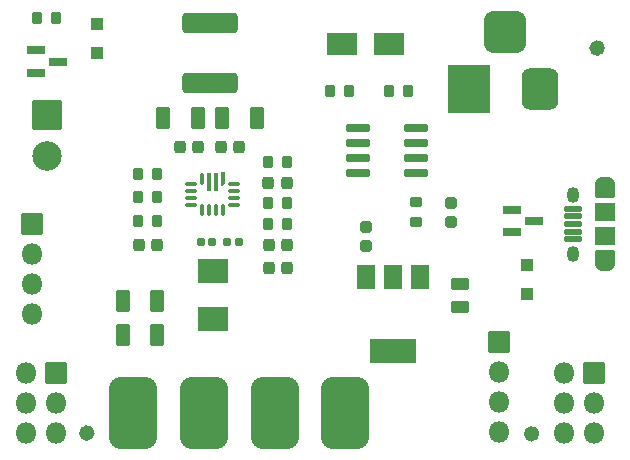
<source format=gbr>
G04 #@! TF.GenerationSoftware,KiCad,Pcbnew,(6.0.2)*
G04 #@! TF.CreationDate,2022-03-19T12:20:35+01:00*
G04 #@! TF.ProjectId,prova-buck,70726f76-612d-4627-9563-6b2e6b696361,rev?*
G04 #@! TF.SameCoordinates,Original*
G04 #@! TF.FileFunction,Soldermask,Top*
G04 #@! TF.FilePolarity,Negative*
%FSLAX46Y46*%
G04 Gerber Fmt 4.6, Leading zero omitted, Abs format (unit mm)*
G04 Created by KiCad (PCBNEW (6.0.2)) date 2022-03-19 12:20:35*
%MOMM*%
%LPD*%
G01*
G04 APERTURE LIST*
G04 Aperture macros list*
%AMRoundRect*
0 Rectangle with rounded corners*
0 $1 Rounding radius*
0 $2 $3 $4 $5 $6 $7 $8 $9 X,Y pos of 4 corners*
0 Add a 4 corners polygon primitive as box body*
4,1,4,$2,$3,$4,$5,$6,$7,$8,$9,$2,$3,0*
0 Add four circle primitives for the rounded corners*
1,1,$1+$1,$2,$3*
1,1,$1+$1,$4,$5*
1,1,$1+$1,$6,$7*
1,1,$1+$1,$8,$9*
0 Add four rect primitives between the rounded corners*
20,1,$1+$1,$2,$3,$4,$5,0*
20,1,$1+$1,$4,$5,$6,$7,0*
20,1,$1+$1,$6,$7,$8,$9,0*
20,1,$1+$1,$8,$9,$2,$3,0*%
%AMFreePoly0*
4,1,14,0.460355,0.185355,0.660355,-0.014645,0.675000,-0.050000,0.675000,-0.150000,0.660355,-0.185355,0.625000,-0.200000,-0.425000,-0.200000,-0.460355,-0.185355,-0.475000,-0.150000,-0.475000,0.150000,-0.460355,0.185355,-0.425000,0.200000,0.425000,0.200000,0.460355,0.185355,0.460355,0.185355,$1*%
G04 Aperture macros list end*
%ADD10C,0.650000*%
%ADD11RoundRect,0.300000X0.325000X0.650000X-0.325000X0.650000X-0.325000X-0.650000X0.325000X-0.650000X0*%
%ADD12RoundRect,0.275000X0.225000X0.250000X-0.225000X0.250000X-0.225000X-0.250000X0.225000X-0.250000X0*%
%ADD13RoundRect,0.275000X-0.225000X-0.250000X0.225000X-0.250000X0.225000X0.250000X-0.225000X0.250000X0*%
%ADD14RoundRect,0.190000X-0.140000X-0.170000X0.140000X-0.170000X0.140000X0.170000X-0.140000X0.170000X0*%
%ADD15RoundRect,0.050000X-1.200000X1.200000X-1.200000X-1.200000X1.200000X-1.200000X1.200000X1.200000X0*%
%ADD16C,2.500000*%
%ADD17RoundRect,0.050000X-1.250000X0.950000X-1.250000X-0.950000X1.250000X-0.950000X1.250000X0.950000X0*%
%ADD18RoundRect,0.250000X-0.200000X-0.275000X0.200000X-0.275000X0.200000X0.275000X-0.200000X0.275000X0*%
%ADD19RoundRect,0.250000X0.200000X0.275000X-0.200000X0.275000X-0.200000X-0.275000X0.200000X-0.275000X0*%
%ADD20RoundRect,0.300000X-0.325000X-0.650000X0.325000X-0.650000X0.325000X0.650000X-0.325000X0.650000X0*%
%ADD21C,0.296000*%
%ADD22RoundRect,0.200000X-0.587500X-0.150000X0.587500X-0.150000X0.587500X0.150000X-0.587500X0.150000X0*%
%ADD23RoundRect,0.050000X-0.850000X-0.850000X0.850000X-0.850000X0.850000X0.850000X-0.850000X0.850000X0*%
%ADD24O,1.800000X1.800000*%
%ADD25FreePoly0,270.000000*%
%ADD26RoundRect,0.050000X-0.100000X0.750000X-0.100000X-0.750000X0.100000X-0.750000X0.100000X0.750000X0*%
%ADD27RoundRect,0.050000X-0.100000X0.450000X-0.100000X-0.450000X0.100000X-0.450000X0.100000X0.450000X0*%
%ADD28RoundRect,0.050000X-0.450000X0.100000X-0.450000X-0.100000X0.450000X-0.100000X0.450000X0.100000X0*%
%ADD29RoundRect,0.050000X1.750000X2.000000X-1.750000X2.000000X-1.750000X-2.000000X1.750000X-2.000000X0*%
%ADD30RoundRect,0.800000X0.750000X1.000000X-0.750000X1.000000X-0.750000X-1.000000X0.750000X-1.000000X0*%
%ADD31RoundRect,0.925000X0.875000X0.875000X-0.875000X0.875000X-0.875000X-0.875000X0.875000X-0.875000X0*%
%ADD32RoundRect,0.050000X-1.250000X-0.900000X1.250000X-0.900000X1.250000X0.900000X-1.250000X0.900000X0*%
%ADD33RoundRect,0.268750X-0.256250X0.218750X-0.256250X-0.218750X0.256250X-0.218750X0.256250X0.218750X0*%
%ADD34RoundRect,0.050000X0.675000X-0.200000X0.675000X0.200000X-0.675000X0.200000X-0.675000X-0.200000X0*%
%ADD35O,1.050000X1.350000*%
%ADD36O,1.650000X0.990000*%
%ADD37RoundRect,0.050000X0.775000X-0.600000X0.775000X0.600000X-0.775000X0.600000X-0.775000X-0.600000X0*%
%ADD38RoundRect,0.050000X0.775000X-0.750000X0.775000X0.750000X-0.775000X0.750000X-0.775000X-0.750000X0*%
%ADD39RoundRect,0.050000X-0.750000X1.000000X-0.750000X-1.000000X0.750000X-1.000000X0.750000X1.000000X0*%
%ADD40RoundRect,0.050000X-1.900000X1.000000X-1.900000X-1.000000X1.900000X-1.000000X1.900000X1.000000X0*%
%ADD41RoundRect,0.250000X-0.275000X0.200000X-0.275000X-0.200000X0.275000X-0.200000X0.275000X0.200000X0*%
%ADD42RoundRect,0.050000X0.500000X-0.500000X0.500000X0.500000X-0.500000X0.500000X-0.500000X-0.500000X0*%
%ADD43RoundRect,1.050000X1.000000X2.000000X-1.000000X2.000000X-1.000000X-2.000000X1.000000X-2.000000X0*%
%ADD44RoundRect,1.050000X-1.000000X-2.000000X1.000000X-2.000000X1.000000X2.000000X-1.000000X2.000000X0*%
%ADD45RoundRect,0.185000X0.135000X0.185000X-0.135000X0.185000X-0.135000X-0.185000X0.135000X-0.185000X0*%
%ADD46RoundRect,0.300000X0.475000X-0.250000X0.475000X0.250000X-0.475000X0.250000X-0.475000X-0.250000X0*%
%ADD47RoundRect,0.320491X-2.029509X0.554509X-2.029509X-0.554509X2.029509X-0.554509X2.029509X0.554509X0*%
%ADD48RoundRect,0.200000X0.825000X0.150000X-0.825000X0.150000X-0.825000X-0.150000X0.825000X-0.150000X0*%
%ADD49RoundRect,0.275000X0.250000X-0.225000X0.250000X0.225000X-0.250000X0.225000X-0.250000X-0.225000X0*%
%ADD50RoundRect,0.050000X0.850000X0.850000X-0.850000X0.850000X-0.850000X-0.850000X0.850000X-0.850000X0*%
G04 APERTURE END LIST*
D10*
X162575000Y-111760000D02*
G75*
G03*
X162575000Y-111760000I-325000J0D01*
G01*
X124925000Y-111700000D02*
G75*
G03*
X124925000Y-111700000I-325000J0D01*
G01*
X168125000Y-79100000D02*
G75*
G03*
X168125000Y-79100000I-325000J0D01*
G01*
D11*
X134000000Y-85000000D03*
X131050000Y-85000000D03*
D12*
X141550000Y-97750000D03*
X140000000Y-97750000D03*
D13*
X135975000Y-87500000D03*
X137525000Y-87500000D03*
D12*
X134025000Y-87500000D03*
X132475000Y-87500000D03*
D14*
X134270000Y-95500000D03*
X135230000Y-95500000D03*
D13*
X129000000Y-95750000D03*
X130550000Y-95750000D03*
D12*
X141550000Y-95750000D03*
X140000000Y-95750000D03*
D13*
X139975000Y-90500000D03*
X141525000Y-90500000D03*
D11*
X130575000Y-100500000D03*
X127625000Y-100500000D03*
X130575000Y-103400000D03*
X127625000Y-103400000D03*
D15*
X121200000Y-84750000D03*
D16*
X121200000Y-88250000D03*
D17*
X135250000Y-97950000D03*
X135250000Y-102050000D03*
D18*
X128925000Y-89750000D03*
X130575000Y-89750000D03*
D19*
X130575000Y-91750000D03*
X128925000Y-91750000D03*
X141575000Y-88750000D03*
X139925000Y-88750000D03*
D18*
X139925000Y-92250000D03*
X141575000Y-92250000D03*
D19*
X130575000Y-93750000D03*
X128925000Y-93750000D03*
D20*
X136025000Y-85000000D03*
X138975000Y-85000000D03*
D19*
X141575000Y-94000000D03*
X139925000Y-94000000D03*
D21*
X162250000Y-111760000D03*
D22*
X120262500Y-79300000D03*
X120262500Y-81200000D03*
X122137500Y-80250000D03*
D23*
X120000000Y-94000000D03*
D24*
X120000000Y-96540000D03*
X120000000Y-99080000D03*
X120000000Y-101620000D03*
D19*
X146825000Y-82750000D03*
X145175000Y-82750000D03*
D25*
X136150000Y-90125000D03*
D26*
X135550000Y-90450000D03*
X134950000Y-90450000D03*
D27*
X134350000Y-90150000D03*
D28*
X133400000Y-90600000D03*
X133400000Y-91200000D03*
X133400000Y-91800000D03*
X133400000Y-92400000D03*
D27*
X134350000Y-92850000D03*
X134950000Y-92850000D03*
X135550000Y-92850000D03*
X136150000Y-92850000D03*
D28*
X137100000Y-92400000D03*
X137100000Y-91800000D03*
X137100000Y-91200000D03*
X137100000Y-90600000D03*
D29*
X157000000Y-82550000D03*
D30*
X163000000Y-82550000D03*
D31*
X160000000Y-77750000D03*
D18*
X120350000Y-76550000D03*
X122000000Y-76550000D03*
D32*
X146200000Y-78750000D03*
X150200000Y-78750000D03*
D33*
X155400000Y-92212500D03*
X155400000Y-93787500D03*
D34*
X165800000Y-95300000D03*
X165800000Y-94650000D03*
X165800000Y-94000000D03*
X165800000Y-93350000D03*
X165800000Y-92700000D03*
D35*
X165800000Y-91500000D03*
X165800000Y-96500000D03*
D36*
X168500000Y-97500000D03*
D37*
X168500000Y-96900000D03*
D36*
X168500000Y-90500000D03*
D37*
X168500000Y-91100000D03*
D38*
X168500000Y-95000000D03*
X168500000Y-93000000D03*
D23*
X159500000Y-104000000D03*
D24*
X159500000Y-106540000D03*
X159500000Y-109080000D03*
X159500000Y-111620000D03*
D39*
X152800000Y-98450000D03*
X150500000Y-98450000D03*
D40*
X150500000Y-104750000D03*
D39*
X148200000Y-98450000D03*
D21*
X124600000Y-111700000D03*
D19*
X151825000Y-82750000D03*
X150175000Y-82750000D03*
D41*
X152500000Y-92175000D03*
X152500000Y-93825000D03*
D42*
X161900000Y-99950000D03*
X161900000Y-97450000D03*
D43*
X146500000Y-110000000D03*
D44*
X140500000Y-110000000D03*
D43*
X134500000Y-110000000D03*
D44*
X128500000Y-110000000D03*
D45*
X137510000Y-95500000D03*
X136490000Y-95500000D03*
D22*
X160562500Y-92800000D03*
X160562500Y-94700000D03*
X162437500Y-93750000D03*
D42*
X125500000Y-79550000D03*
X125500000Y-77050000D03*
D46*
X156200000Y-101000000D03*
X156200000Y-99100000D03*
D47*
X135000000Y-76975000D03*
X135000000Y-82025000D03*
D21*
X167800000Y-79100000D03*
D48*
X152475000Y-89655000D03*
X152475000Y-88385000D03*
X152475000Y-87115000D03*
X152475000Y-85845000D03*
X147525000Y-85845000D03*
X147525000Y-87115000D03*
X147525000Y-88385000D03*
X147525000Y-89655000D03*
D49*
X148200000Y-95825000D03*
X148200000Y-94275000D03*
D50*
X167500000Y-106580000D03*
D24*
X164960000Y-106580000D03*
X167500000Y-109120000D03*
X164960000Y-109120000D03*
X167500000Y-111660000D03*
X164960000Y-111660000D03*
D50*
X121960000Y-106580000D03*
D24*
X119420000Y-106580000D03*
X121960000Y-109120000D03*
X119420000Y-109120000D03*
X121960000Y-111660000D03*
X119420000Y-111660000D03*
M02*

</source>
